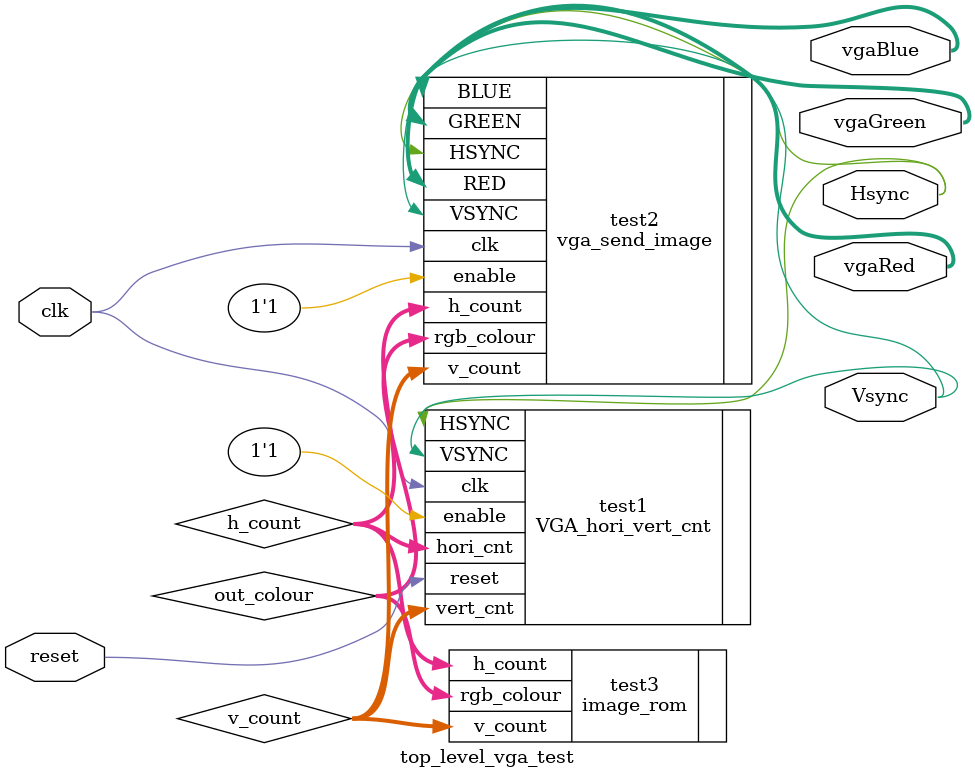
<source format=sv>
module top_level_vga_test(
    input logic clk,
    input logic reset,

    output logic [3:0] vgaRed,
    output logic [3:0] vgaBlue,
    output logic [3:0] vgaGreen,
    output logic Hsync,
    output logic Vsync
);

logic [9:0] v_count;
logic [9:0] h_count;

logic [11:0] out_colour;

image_rom test3(
    .v_count(v_count),
    .h_count(h_count),
    .rgb_colour(out_colour)
);

VGA_hori_vert_cnt test1 (
    .clk(clk),
    .reset(reset),
    .enable(1'b1),
    .VSYNC(Vsync),
    .HSYNC(Hsync),
    .hori_cnt(h_count),
    .vert_cnt(v_count)
);

vga_send_image test2 (
    .clk(clk),
    .enable(1'b1),
    .HSYNC(Hsync),
    .VSYNC(Vsync),
    .v_count(v_count),
    .h_count(h_count),
    .RED(vgaRed),
    .BLUE(vgaBlue),
    .GREEN(vgaGreen),
    .rgb_colour(out_colour)
);


endmodule
</source>
